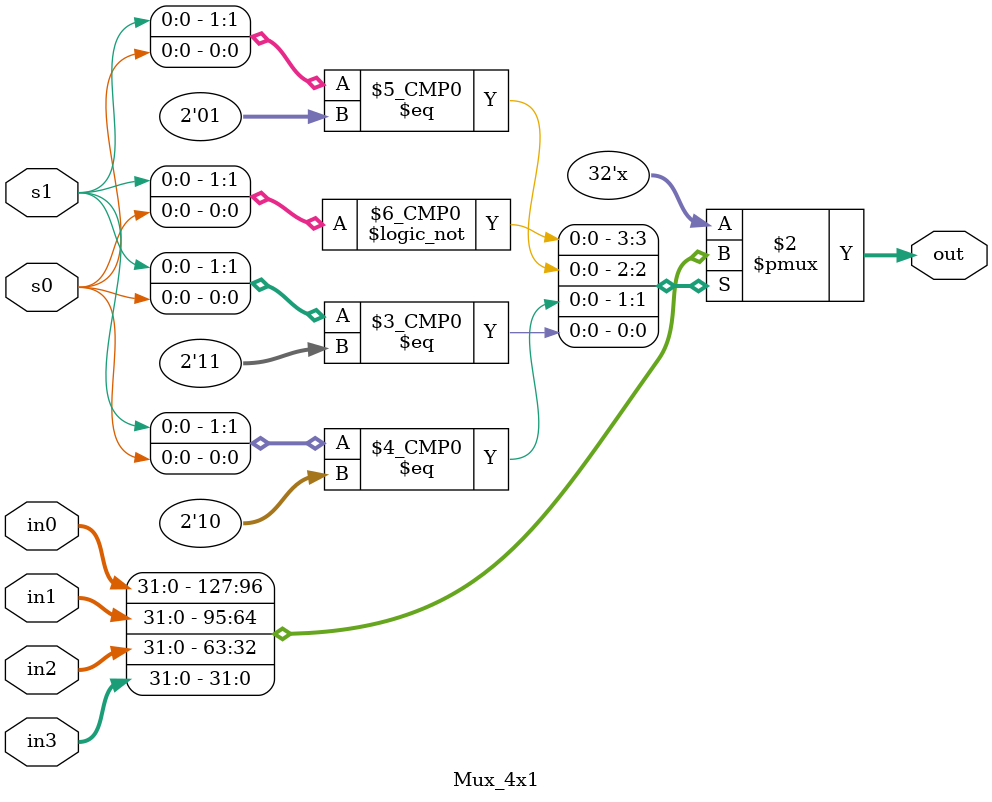
<source format=v>

module Mux_4x1 #(parameter W=32) (s0,s1,in0,in1,in2,in3,out);
	

	input s0,s1;
	input [W-1:0] in0,in1,in2,in3;
	output reg [W-1:0] out;

	always @ (*) 
	begin
		case({s1,s0})					
			2'b00: out = in0;
			2'b01: out = in1;
			2'b10: out = in2;
			2'b11: out = in3;
			default: out = 0;
		endcase
	end

endmodule

</source>
